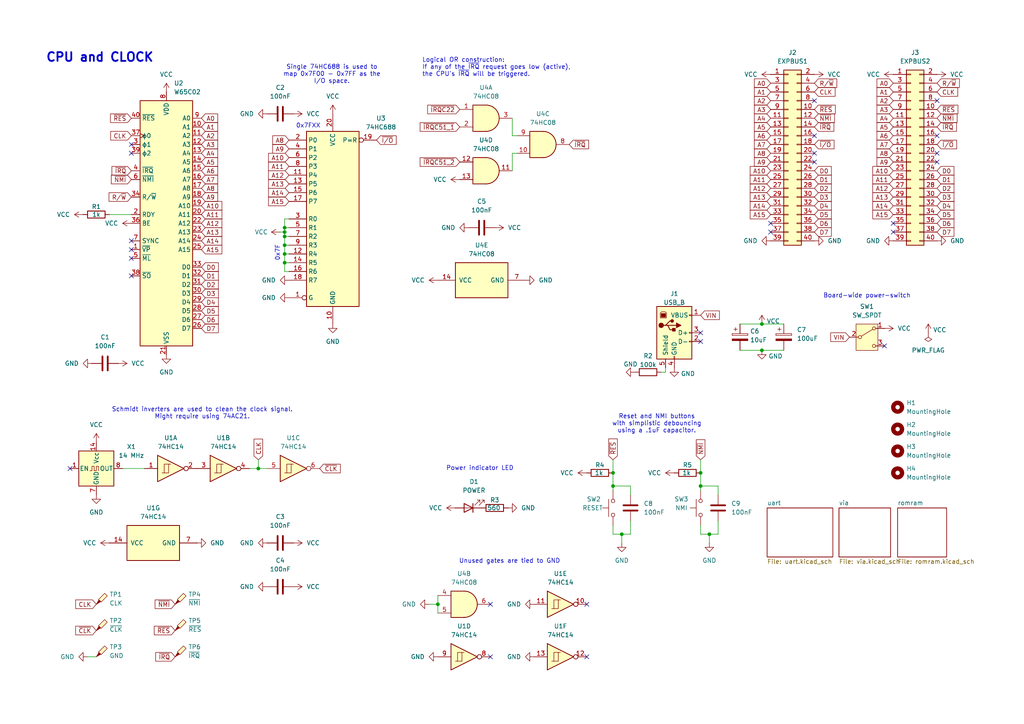
<source format=kicad_sch>
(kicad_sch (version 20231120) (generator "eeschema") (generator_version "8.0")
  (paper "A4")
  (title_block (title "ByteCradle 6502 - CPU & CLOCK") (date "2025-01-25") (rev "rev1"))
  (lib_symbols
    (symbol "65xx-library:W65C02SxP"
      (property "Reference" "U" (at 2.54 40.64 0))
      (property "Value" "W65C02SxP" (at 2.54 38.1 0))
      (symbol "W65C02SxP_1_1"
        (pin output line (at -10.16 -7.62 0) (length 2.54) (name "~{VP}") (number "1"))
        (pin tri_state line (at 10.16 27.94 180) (length 2.54) (name "A1") (number "10"))
        (pin tri_state line (at 10.16 25.4 180) (length 2.54) (name "A2") (number "11"))
        (pin tri_state line (at 10.16 22.86 180) (length 2.54) (name "A3") (number "12"))
        (pin tri_state line (at 10.16 20.32 180) (length 2.54) (name "A4") (number "13"))
        (pin tri_state line (at 10.16 17.78 180) (length 2.54) (name "A5") (number "14"))
        (pin tri_state line (at 10.16 15.24 180) (length 2.54) (name "A6") (number "15"))
        (pin tri_state line (at 10.16 12.7 180) (length 2.54) (name "A7") (number "16"))
        (pin tri_state line (at 10.16 10.16 180) (length 2.54) (name "A8") (number "17"))
        (pin tri_state line (at 10.16 7.62 180) (length 2.54) (name "A9") (number "18"))
        (pin tri_state line (at 10.16 5.08 180) (length 2.54) (name "A10") (number "19"))
        (pin open_collector line (at -10.16 2.54 0) (length 2.54) (name "RDY") (number "2"))
        (pin tri_state line (at 10.16 2.54 180) (length 2.54) (name "A11") (number "20"))
        (pin power_in line (at 0 -38.1 90) (length 2.54) (name "VSS") (number "21"))
        (pin tri_state line (at 10.16 0 180) (length 2.54) (name "A12") (number "22"))
        (pin tri_state line (at 10.16 -2.54 180) (length 2.54) (name "A13") (number "23"))
        (pin tri_state line (at 10.16 -5.08 180) (length 2.54) (name "A14") (number "24"))
        (pin tri_state line (at 10.16 -7.62 180) (length 2.54) (name "A15") (number "25"))
        (pin bidirectional line (at 10.16 -30.48 180) (length 2.54) (name "D7") (number "26"))
        (pin bidirectional line (at 10.16 -27.94 180) (length 2.54) (name "D6") (number "27"))
        (pin bidirectional line (at 10.16 -25.4 180) (length 2.54) (name "D5") (number "28"))
        (pin bidirectional line (at 10.16 -22.86 180) (length 2.54) (name "D4") (number "29"))
        (pin output line (at -10.16 22.86 0) (length 2.54) (name "ϕ1") (number "3"))
        (pin bidirectional line (at 10.16 -20.32 180) (length 2.54) (name "D3") (number "30"))
        (pin bidirectional line (at 10.16 -17.78 180) (length 2.54) (name "D2") (number "31"))
        (pin bidirectional line (at 10.16 -15.24 180) (length 2.54) (name "D1") (number "32"))
        (pin bidirectional line (at 10.16 -12.7 180) (length 2.54) (name "D0") (number "33"))
        (pin tri_state line (at -10.16 7.62 0) (length 2.54) (name "R/~{W}") (number "34"))
        (pin no_connect non_logic (at -7.62 -30.48 0) (length 2.54) hide (name "nc") (number "35"))
        (pin input line (at -10.16 0 0) (length 2.54) (name "BE") (number "36"))
        (pin input clock (at -10.16 25.4 0) (length 2.54) (name "ϕ0") (number "37"))
        (pin input line (at -10.16 -15.24 0) (length 2.54) (name "~{SO}") (number "38"))
        (pin output line (at -10.16 20.32 0) (length 2.54) (name "ϕ2") (number "39"))
        (pin input line (at -10.16 15.24 0) (length 2.54) (name "~{IRQ}") (number "4"))
        (pin input line (at -10.16 30.48 0) (length 2.54) (name "~{RES}") (number "40"))
        (pin output line (at -10.16 -10.16 0) (length 2.54) (name "~{ML}") (number "5"))
        (pin input line (at -10.16 12.7 0) (length 2.54) (name "~{NMI}") (number "6"))
        (pin output line (at -10.16 -5.08 0) (length 2.54) (name "SYNC") (number "7"))
        (pin power_in line (at 0 38.1 270) (length 2.54) (name "VDD") (number "8"))
        (pin tri_state line (at 10.16 30.48 180) (length 2.54) (name "A0") (number "9"))
      )
    )
    (symbol "74xx:74HC14" (pin_names (offset 1.016))
      (property "Reference" "U" (at 0 1.27 0))
      (property "Value" "74HC14" (at 0 -1.27 0))
      (symbol "74HC14_1_0"
        (pin input line (at -7.62 0 0) (length 3.81) (name "~") (number "1"))
        (pin output inverted (at 7.62 0 180) (length 3.81) (name "~") (number "2"))
      )
      (symbol "74HC14_2_0"
        (pin input line (at -7.62 0 0) (length 3.81) (name "~") (number "3"))
        (pin output inverted (at 7.62 0 180) (length 3.81) (name "~") (number "4"))
      )
      (symbol "74HC14_3_0"
        (pin input line (at -7.62 0 0) (length 3.81) (name "~") (number "5"))
        (pin output inverted (at 7.62 0 180) (length 3.81) (name "~") (number "6"))
      )
      (symbol "74HC14_4_0"
        (pin output inverted (at 7.62 0 180) (length 3.81) (name "~") (number "8"))
        (pin input line (at -7.62 0 0) (length 3.81) (name "~") (number "9"))
      )
      (symbol "74HC14_5_0"
        (pin output inverted (at 7.62 0 180) (length 3.81) (name "~") (number "10"))
        (pin input line (at -7.62 0 0) (length 3.81) (name "~") (number "11"))
      )
      (symbol "74HC14_6_0"
        (pin output inverted (at 7.62 0 180) (length 3.81) (name "~") (number "12"))
        (pin input line (at -7.62 0 0) (length 3.81) (name "~") (number "13"))
      )
      (symbol "74HC14_7_0"
        (pin power_in line (at 0 12.7 270) (length 5.08) (name "VCC") (number "14"))
        (pin power_in line (at 0 -12.7 90) (length 5.08) (name "GND") (number "7"))
      )
    )
    (symbol "74xx:74HC688"
      (property "Reference" "U" (at -7.62 26.67 0))
      (property "Value" "74HC688" (at -7.62 -26.67 0))
      (symbol "74HC688_1_0"
        (pin input inverted (at -12.7 -22.86 0) (length 5.08) (name "G") (number "1"))
        (pin power_in line (at 0 -30.48 90) (length 5.08) (name "GND") (number "10"))
        (pin input line (at -12.7 12.7 0) (length 5.08) (name "P4") (number "11"))
        (pin input line (at -12.7 -10.16 0) (length 5.08) (name "R4") (number "12"))
        (pin input line (at -12.7 10.16 0) (length 5.08) (name "P5") (number "13"))
        (pin input line (at -12.7 -12.7 0) (length 5.08) (name "R5") (number "14"))
        (pin input line (at -12.7 7.62 0) (length 5.08) (name "P6") (number "15"))
        (pin input line (at -12.7 -15.24 0) (length 5.08) (name "R6") (number "16"))
        (pin input line (at -12.7 5.08 0) (length 5.08) (name "P7") (number "17"))
        (pin input line (at -12.7 -17.78 0) (length 5.08) (name "R7") (number "18"))
        (pin output inverted (at 12.7 22.86 180) (length 5.08) (name "P=R") (number "19"))
        (pin input line (at -12.7 22.86 0) (length 5.08) (name "P0") (number "2"))
        (pin power_in line (at 0 30.48 270) (length 5.08) (name "VCC") (number "20"))
        (pin input line (at -12.7 0 0) (length 5.08) (name "R0") (number "3"))
        (pin input line (at -12.7 20.32 0) (length 5.08) (name "P1") (number "4"))
        (pin input line (at -12.7 -2.54 0) (length 5.08) (name "R1") (number "5"))
        (pin input line (at -12.7 17.78 0) (length 5.08) (name "P2") (number "6"))
        (pin input line (at -12.7 -5.08 0) (length 5.08) (name "R2") (number "7"))
        (pin input line (at -12.7 15.24 0) (length 5.08) (name "P3") (number "8"))
        (pin input line (at -12.7 -7.62 0) (length 5.08) (name "R3") (number "9"))
      )
    )
    (symbol "74xx:74LS08" (pin_names (offset 1.016))
      (property "Reference" "U" (at 0 1.27 0))
      (property "Value" "74LS08" (at 0 -1.27 0))
      (symbol "74LS08_1_1"
        (pin input line (at -7.62 2.54 0) (length 3.81) (name "~") (number "1"))
        (pin input line (at -7.62 -2.54 0) (length 3.81) (name "~") (number "2"))
        (pin output line (at 7.62 0 180) (length 3.81) (name "~") (number "3"))
      )
      (symbol "74LS08_1_2"
        (pin input inverted (at -7.62 2.54 0) (length 4.318) (name "~") (number "1"))
        (pin input inverted (at -7.62 -2.54 0) (length 4.318) (name "~") (number "2"))
        (pin output inverted (at 7.62 0 180) (length 3.81) (name "~") (number "3"))
      )
      (symbol "74LS08_2_1"
        (pin input line (at -7.62 2.54 0) (length 3.81) (name "~") (number "4"))
        (pin input line (at -7.62 -2.54 0) (length 3.81) (name "~") (number "5"))
        (pin output line (at 7.62 0 180) (length 3.81) (name "~") (number "6"))
      )
      (symbol "74LS08_2_2"
        (pin input inverted (at -7.62 2.54 0) (length 4.318) (name "~") (number "4"))
        (pin input inverted (at -7.62 -2.54 0) (length 4.318) (name "~") (number "5"))
        (pin output inverted (at 7.62 0 180) (length 3.81) (name "~") (number "6"))
      )
      (symbol "74LS08_3_1"
        (pin input line (at -7.62 -2.54 0) (length 3.81) (name "~") (number "10"))
        (pin output line (at 7.62 0 180) (length 3.81) (name "~") (number "8"))
        (pin input line (at -7.62 2.54 0) (length 3.81) (name "~") (number "9"))
      )
      (symbol "74LS08_3_2"
        (pin input inverted (at -7.62 -2.54 0) (length 4.318) (name "~") (number "10"))
        (pin output inverted (at 7.62 0 180) (length 3.81) (name "~") (number "8"))
        (pin input inverted (at -7.62 2.54 0) (length 4.318) (name "~") (number "9"))
      )
      (symbol "74LS08_4_1"
        (pin output line (at 7.62 0 180) (length 3.81) (name "~") (number "11"))
        (pin input line (at -7.62 2.54 0) (length 3.81) (name "~") (number "12"))
        (pin input line (at -7.62 -2.54 0) (length 3.81) (name "~") (number "13"))
      )
      (symbol "74LS08_4_2"
        (pin output inverted (at 7.62 0 180) (length 3.81) (name "~") (number "11"))
        (pin input inverted (at -7.62 2.54 0) (length 4.318) (name "~") (number "12"))
        (pin input inverted (at -7.62 -2.54 0) (length 4.318) (name "~") (number "13"))
      )
      (symbol "74LS08_5_0"
        (pin power_in line (at 0 12.7 270) (length 5.08) (name "VCC") (number "14"))
        (pin power_in line (at 0 -12.7 90) (length 5.08) (name "GND") (number "7"))
      )
    )
    (symbol "Connector:TestPoint_Probe" (pin_numbers hide) (pin_names (offset 0.762) hide)
      (property "Reference" "TP" (at 1.651 5.842 0))
      (property "Value" "TestPoint_Probe" (at 1.651 4.064 0))
      (symbol "TestPoint_Probe_1_1"
        (pin passive line (at 0 0 90) (length 0) (name "1") (number "1"))
      )
    )
    (symbol "Connector:USB_B" (pin_names (offset 1.016))
      (property "Reference" "J" (at -5.08 11.43 0))
      (property "Value" "USB_B" (at -5.08 8.89 0))
      (symbol "USB_B_1_1"
        (pin power_out line (at 7.62 5.08 180) (length 2.54) (name "VBUS") (number "1"))
        (pin bidirectional line (at 7.62 -2.54 180) (length 2.54) (name "D-") (number "2"))
        (pin bidirectional line (at 7.62 0 180) (length 2.54) (name "D+") (number "3"))
        (pin power_out line (at 0 -10.16 90) (length 2.54) (name "GND") (number "4"))
        (pin passive line (at -2.54 -10.16 90) (length 2.54) (name "Shield") (number "5"))
      )
    )
    (symbol "Connector_Generic:Conn_02x20_Odd_Even" (pin_names (offset 1.016) hide)
      (property "Reference" "J" (at 1.27 25.4 0))
      (property "Value" "Conn_02x20_Odd_Even" (at 1.27 -27.94 0))
      (symbol "Conn_02x20_Odd_Even_1_1"
        (pin passive line (at -5.08 22.86 0) (length 3.81) (name "Pin_1") (number "1"))
        (pin passive line (at 7.62 12.7 180) (length 3.81) (name "Pin_10") (number "10"))
        (pin passive line (at -5.08 10.16 0) (length 3.81) (name "Pin_11") (number "11"))
        (pin passive line (at 7.62 10.16 180) (length 3.81) (name "Pin_12") (number "12"))
        (pin passive line (at -5.08 7.62 0) (length 3.81) (name "Pin_13") (number "13"))
        (pin passive line (at 7.62 7.62 180) (length 3.81) (name "Pin_14") (number "14"))
        (pin passive line (at -5.08 5.08 0) (length 3.81) (name "Pin_15") (number "15"))
        (pin passive line (at 7.62 5.08 180) (length 3.81) (name "Pin_16") (number "16"))
        (pin passive line (at -5.08 2.54 0) (length 3.81) (name "Pin_17") (number "17"))
        (pin passive line (at 7.62 2.54 180) (length 3.81) (name "Pin_18") (number "18"))
        (pin passive line (at -5.08 0 0) (length 3.81) (name "Pin_19") (number "19"))
        (pin passive line (at 7.62 22.86 180) (length 3.81) (name "Pin_2") (number "2"))
        (pin passive line (at 7.62 0 180) (length 3.81) (name "Pin_20") (number "20"))
        (pin passive line (at -5.08 -2.54 0) (length 3.81) (name "Pin_21") (number "21"))
        (pin passive line (at 7.62 -2.54 180) (length 3.81) (name "Pin_22") (number "22"))
        (pin passive line (at -5.08 -5.08 0) (length 3.81) (name "Pin_23") (number "23"))
        (pin passive line (at 7.62 -5.08 180) (length 3.81) (name "Pin_24") (number "24"))
        (pin passive line (at -5.08 -7.62 0) (length 3.81) (name "Pin_25") (number "25"))
        (pin passive line (at 7.62 -7.62 180) (length 3.81) (name "Pin_26") (number "26"))
        (pin passive line (at -5.08 -10.16 0) (length 3.81) (name "Pin_27") (number "27"))
        (pin passive line (at 7.62 -10.16 180) (length 3.81) (name "Pin_28") (number "28"))
        (pin passive line (at -5.08 -12.7 0) (length 3.81) (name "Pin_29") (number "29"))
        (pin passive line (at -5.08 20.32 0) (length 3.81) (name "Pin_3") (number "3"))
        (pin passive line (at 7.62 -12.7 180) (length 3.81) (name "Pin_30") (number "30"))
        (pin passive line (at -5.08 -15.24 0) (length 3.81) (name "Pin_31") (number "31"))
        (pin passive line (at 7.62 -15.24 180) (length 3.81) (name "Pin_32") (number "32"))
        (pin passive line (at -5.08 -17.78 0) (length 3.81) (name "Pin_33") (number "33"))
        (pin passive line (at 7.62 -17.78 180) (length 3.81) (name "Pin_34") (number "34"))
        (pin passive line (at -5.08 -20.32 0) (length 3.81) (name "Pin_35") (number "35"))
        (pin passive line (at 7.62 -20.32 180) (length 3.81) (name "Pin_36") (number "36"))
        (pin passive line (at -5.08 -22.86 0) (length 3.81) (name "Pin_37") (number "37"))
        (pin passive line (at 7.62 -22.86 180) (length 3.81) (name "Pin_38") (number "38"))
        (pin passive line (at -5.08 -25.4 0) (length 3.81) (name "Pin_39") (number "39"))
        (pin passive line (at 7.62 20.32 180) (length 3.81) (name "Pin_4") (number "4"))
        (pin passive line (at 7.62 -25.4 180) (length 3.81) (name "Pin_40") (number "40"))
        (pin passive line (at -5.08 17.78 0) (length 3.81) (name "Pin_5") (number "5"))
        (pin passive line (at 7.62 17.78 180) (length 3.81) (name "Pin_6") (number "6"))
        (pin passive line (at -5.08 15.24 0) (length 3.81) (name "Pin_7") (number "7"))
        (pin passive line (at 7.62 15.24 180) (length 3.81) (name "Pin_8") (number "8"))
        (pin passive line (at -5.08 12.7 0) (length 3.81) (name "Pin_9") (number "9"))
      )
    )
    (symbol "Device:C" (pin_numbers hide) (pin_names (offset 0.254))
      (property "Reference" "C" (at 0.635 2.54 0))
      (property "Value" "C" (at 0.635 -2.54 0))
      (symbol "C_1_1"
        (pin passive line (at 0 3.81 270) (length 2.794) (name "~") (number "1"))
        (pin passive line (at 0 -3.81 90) (length 2.794) (name "~") (number "2"))
      )
    )
    (symbol "Device:C_Polarized" (pin_numbers hide) (pin_names (offset 0.254))
      (property "Reference" "C" (at 0.635 2.54 0))
      (property "Value" "C_Polarized" (at 0.635 -2.54 0))
      (symbol "C_Polarized_1_1"
        (pin passive line (at 0 3.81 270) (length 2.794) (name "~") (number "1"))
        (pin passive line (at 0 -3.81 90) (length 2.794) (name "~") (number "2"))
      )
    )
    (symbol "Device:LED" (pin_numbers hide) (pin_names (offset 1.016) hide)
      (property "Reference" "D" (at 0 2.54 0))
      (property "Value" "LED" (at 0 -2.54 0))
      (symbol "LED_1_1"
        (pin passive line (at -3.81 0 0) (length 2.54) (name "K") (number "1"))
        (pin passive line (at 3.81 0 180) (length 2.54) (name "A") (number "2"))
      )
    )
    (symbol "Device:R" (pin_numbers hide) (pin_names (offset 0))
      (property "Reference" "R" (at 2.032 0 90))
      (property "Value" "R" (at 0 0 90))
      (symbol "R_1_1"
        (pin passive line (at 0 3.81 270) (length 1.27) (name "~") (number "1"))
        (pin passive line (at 0 -3.81 90) (length 1.27) (name "~") (number "2"))
      )
    )
    (symbol "Mechanical:MountingHole" (pin_names (offset 1.016)) (exclude_from_sim yes) (in_bom no)
      (property "Reference" "H" (at 0 5.08 0))
      (property "Value" "MountingHole" (at 0 3.175 0))
    )
    (symbol "Oscillator:CXO_DIP14" (pin_names (offset 0.254))
      (property "Reference" "X" (at -5.08 6.35 0))
      (property "Value" "CXO_DIP14" (at 1.27 -6.35 0))
      (symbol "CXO_DIP14_1_1"
        (pin input line (at -7.62 0 0) (length 2.54) (name "EN") (number "1"))
        (pin power_in line (at 0 7.62 270) (length 2.54) (name "Vcc") (number "14"))
        (pin power_in line (at 0 -7.62 90) (length 2.54) (name "GND") (number "7"))
        (pin output line (at 7.62 0 180) (length 2.54) (name "OUT") (number "8"))
      )
    )
    (symbol "Switch:SW_Push" (pin_numbers hide) (pin_names (offset 1.016) hide)
      (property "Reference" "SW" (at 1.27 2.54 0))
      (property "Value" "SW_Push" (at 0 -1.524 0))
      (symbol "SW_Push_0_1"
        (pin passive line (at -5.08 0 0) (length 2.54) (name "1") (number "1"))
        (pin passive line (at 5.08 0 180) (length 2.54) (name "2") (number "2"))
      )
    )
    (symbol "Switch:SW_SPDT" (pin_names (offset 0) hide)
      (property "Reference" "SW" (at 0 5.08 0))
      (property "Value" "SW_SPDT" (at 0 -5.08 0))
      (symbol "SW_SPDT_1_1"
        (pin passive line (at 5.08 2.54 180) (length 2.54) (name "A") (number "1"))
        (pin passive line (at -5.08 0 0) (length 2.54) (name "B") (number "2"))
        (pin passive line (at 5.08 -2.54 180) (length 2.54) (name "C") (number "3"))
      )
    )
    (symbol "power:GND" (power) (pin_numbers hide) (pin_names (offset 0) hide)
      (property "Value" "GND" (at 0 -3.81 0))
      (symbol "GND_1_1"
        (pin power_in line (at 0 0 270) (length 0) (name "~") (number "1"))
      )
    )
    (symbol "power:PWR_FLAG" (power) (pin_numbers hide) (pin_names (offset 0) hide)
      (property "Value" "PWR_FLAG" (at 0 3.81 0))
      (symbol "PWR_FLAG_0_0"
        (pin power_out line (at 0 0 90) (length 0) (name "~") (number "1"))
      )
    )
    (symbol "power:VCC" (power) (pin_numbers hide) (pin_names (offset 0) hide)
      (property "Value" "VCC" (at 0 3.556 0))
      (symbol "VCC_1_1"
        (pin power_in line (at 0 0 90) (length 0) (name "~") (number "1"))
      )
    )
  )
  (junction (at 82.55 73.66))
  (junction (at 82.55 67.31))
  (junction (at 127 175.26))
  (junction (at 177.8 140.97))
  (junction (at 203.2 137.16))
  (junction (at 203.2 140.97))
  (junction (at 220.98 101.6))
  (junction (at 82.55 71.12))
  (junction (at 220.98 93.98))
  (junction (at 74.93 135.89))
  (junction (at 82.55 76.2))
  (junction (at 205.74 154.94))
  (junction (at 177.8 137.16))
  (junction (at 180.34 154.94))
  (junction (at 82.55 68.58))
  (junction (at 82.55 66.04))
  (no_connect (at 38.1 44.45))
  (no_connect (at 38.1 80.01))
  (no_connect (at 259.08 67.31))
  (no_connect (at 20.32 135.89))
  (no_connect (at 170.18 175.26))
  (no_connect (at 236.22 29.21))
  (no_connect (at 223.52 67.31))
  (no_connect (at 142.24 190.5))
  (no_connect (at 256.54 100.33))
  (no_connect (at 223.52 64.77))
  (no_connect (at 236.22 46.99))
  (no_connect (at 271.78 46.99))
  (no_connect (at 259.08 64.77))
  (no_connect (at 38.1 41.91))
  (no_connect (at 38.1 72.39))
  (no_connect (at 271.78 39.37))
  (no_connect (at 236.22 39.37))
  (no_connect (at 236.22 44.45))
  (no_connect (at 271.78 44.45))
  (no_connect (at 170.18 190.5))
  (no_connect (at 38.1 69.85))
  (no_connect (at 203.2 99.06))
  (no_connect (at 203.2 96.52))
  (no_connect (at 271.78 29.21))
  (no_connect (at 142.24 175.26))
  (no_connect (at 38.1 74.93))
  (wire (pts (xy 127 175.26) (xy 127 177.8)))
  (wire (pts (xy 193.04 107.95) (xy 193.04 106.68)))
  (wire (pts (xy 177.8 152.4) (xy 177.8 154.94)))
  (wire (pts (xy 35.56 135.89) (xy 41.91 135.89)))
  (wire (pts (xy 214.63 93.98) (xy 220.98 93.98)))
  (wire (pts (xy 82.55 67.31) (xy 82.55 66.04)))
  (wire (pts (xy 220.98 93.98) (xy 227.33 93.98)))
  (wire (pts (xy 83.82 78.74) (xy 82.55 78.74)))
  (wire (pts (xy 82.55 67.31) (xy 82.55 68.58)))
  (wire (pts (xy 203.2 133.35) (xy 203.2 137.16)))
  (wire (pts (xy 82.55 73.66) (xy 82.55 71.12)))
  (wire (pts (xy 214.63 101.6) (xy 220.98 101.6)))
  (wire (pts (xy 203.2 137.16) (xy 203.2 140.97)))
  (wire (pts (xy 177.8 133.35) (xy 177.8 137.16)))
  (wire (pts (xy 182.88 140.97) (xy 182.88 143.51)))
  (wire (pts (xy 82.55 66.04) (xy 82.55 63.5)))
  (wire (pts (xy 182.88 154.94) (xy 182.88 151.13)))
  (wire (pts (xy 82.55 68.58) (xy 82.55 71.12)))
  (wire (pts (xy 74.93 133.35) (xy 74.93 135.89)))
  (wire (pts (xy 203.2 140.97) (xy 208.28 140.97)))
  (wire (pts (xy 203.2 154.94) (xy 205.74 154.94)))
  (wire (pts (xy 82.55 68.58) (xy 83.82 68.58)))
  (wire (pts (xy 82.55 78.74) (xy 82.55 76.2)))
  (wire (pts (xy 72.39 135.89) (xy 74.93 135.89)))
  (wire (pts (xy 177.8 140.97) (xy 177.8 142.24)))
  (wire (pts (xy 203.2 152.4) (xy 203.2 154.94)))
  (wire (pts (xy 148.59 49.53) (xy 148.59 44.45)))
  (wire (pts (xy 82.55 66.04) (xy 83.82 66.04)))
  (wire (pts (xy 203.2 140.97) (xy 203.2 142.24)))
  (wire (pts (xy 205.74 154.94) (xy 208.28 154.94)))
  (wire (pts (xy 208.28 140.97) (xy 208.28 143.51)))
  (wire (pts (xy 82.55 73.66) (xy 83.82 73.66)))
  (wire (pts (xy 82.55 63.5) (xy 83.82 63.5)))
  (wire (pts (xy 148.59 44.45) (xy 149.86 44.45)))
  (wire (pts (xy 124.46 175.26) (xy 127 175.26)))
  (wire (pts (xy 127 175.26) (xy 127 172.72)))
  (wire (pts (xy 148.59 34.29) (xy 148.59 39.37)))
  (wire (pts (xy 177.8 140.97) (xy 182.88 140.97)))
  (wire (pts (xy 180.34 154.94) (xy 180.34 157.48)))
  (wire (pts (xy 208.28 154.94) (xy 208.28 151.13)))
  (wire (pts (xy 220.98 101.6) (xy 227.33 101.6)))
  (wire (pts (xy 191.77 107.95) (xy 193.04 107.95)))
  (wire (pts (xy 25.4 190.5) (xy 27.94 190.5)))
  (wire (pts (xy 180.34 154.94) (xy 182.88 154.94)))
  (wire (pts (xy 81.28 67.31) (xy 82.55 67.31)))
  (wire (pts (xy 148.59 39.37) (xy 149.86 39.37)))
  (wire (pts (xy 31.75 62.23) (xy 38.1 62.23)))
  (wire (pts (xy 82.55 71.12) (xy 83.82 71.12)))
  (wire (pts (xy 74.93 135.89) (xy 77.47 135.89)))
  (wire (pts (xy 82.55 76.2) (xy 83.82 76.2)))
  (wire (pts (xy 205.74 154.94) (xy 205.74 157.48)))
  (wire (pts (xy 177.8 137.16) (xy 177.8 140.97)))
  (wire (pts (xy 177.8 154.94) (xy 180.34 154.94)))
  (wire (pts (xy 82.55 76.2) (xy 82.55 73.66)))
  (text "0x7F" (at 80.518 73.406 90) (effects (font (size 1.27 1.27))))
  (text "Reset and NMI buttons\nwith simplistic debouncing\nusing a .1uF capacitor." (at 190.5 122.936 0) (effects (font (size 1.27 1.27))))
  (text "Schmidt inverters are used to clean the clock signal.\nMight require using 74AC21." (at 58.674 119.888 0) (effects (font (size 1.27 1.27))))
  (text "0x7FXX" (at 89.408 36.576 0) (effects (font (size 1.27 1.27))))
  (text "Power indicator LED" (at 139.192 135.89 0) (effects (font (size 1.27 1.27))))
  (text "Single 74HC688 is used to\nmap 0x7F00 - 0x7FF as the\nI/O space." (at 96.266 21.59 0) (effects (font (size 1.27 1.27))))
  (text "CPU and CLOCK" (at 28.956 16.764 0) (effects (font (size 2.54 2.54) (thickness 0.508) (bold yes))))
  (text "Board-wide power-switch\n" (at 251.46 85.852 0) (effects (font (size 1.27 1.27))))
  (text "Logical OR construction:\nIf any of the ~{IRQ} request goes low (active),\nthe CPU's ~{IRQ} will be triggered." (at 122.428 19.558 0) (effects (font (size 1.27 1.27)) (justify left)))
  (text "Unused gates are tied to GND" (at 133.096 162.814 0) (effects (font (size 1.27 1.27)) (justify left)))
  (global_label "~{NMI}" (shape input) (at 271.78 34.29 0) (property "Intersheetrefs" "${INTERSHEET_REFS}" (effects (hide yes))))
  (global_label "A5" (shape input) (at 259.08 36.83 180) (property "Intersheetrefs" "${INTERSHEET_REFS}" (effects (hide yes))))
  (global_label "D6" (shape input) (at 271.78 64.77 0) (property "Intersheetrefs" "${INTERSHEET_REFS}" (effects (hide yes))))
  (global_label "A1" (shape input) (at 58.42 36.83 0) (property "Intersheetrefs" "${INTERSHEET_REFS}" (effects (hide yes))))
  (global_label "D6" (shape input) (at 58.42 92.71 0) (property "Intersheetrefs" "${INTERSHEET_REFS}" (effects (hide yes))))
  (global_label "A15" (shape input) (at 223.52 62.23 180) (property "Intersheetrefs" "${INTERSHEET_REFS}" (effects (hide yes))))
  (global_label "A8" (shape input) (at 58.42 54.61 0) (property "Intersheetrefs" "${INTERSHEET_REFS}" (effects (hide yes))))
  (global_label "A15" (shape input) (at 58.42 72.39 0) (property "Intersheetrefs" "${INTERSHEET_REFS}" (effects (hide yes))))
  (global_label "D2" (shape input) (at 236.22 54.61 0) (property "Intersheetrefs" "${INTERSHEET_REFS}" (effects (hide yes))))
  (global_label "A5" (shape input) (at 223.52 36.83 180) (property "Intersheetrefs" "${INTERSHEET_REFS}" (effects (hide yes))))
  (global_label "A11" (shape input) (at 58.42 62.23 0) (property "Intersheetrefs" "${INTERSHEET_REFS}" (effects (hide yes))))
  (global_label "D6" (shape input) (at 236.22 64.77 0) (property "Intersheetrefs" "${INTERSHEET_REFS}" (effects (hide yes))))
  (global_label "~{RES}" (shape input) (at 271.78 31.75 0) (property "Intersheetrefs" "${INTERSHEET_REFS}" (effects (hide yes))))
  (global_label "A7" (shape input) (at 58.42 52.07 0) (property "Intersheetrefs" "${INTERSHEET_REFS}" (effects (hide yes))))
  (global_label "A6" (shape input) (at 58.42 49.53 0) (property "Intersheetrefs" "${INTERSHEET_REFS}" (effects (hide yes))))
  (global_label "~{I{slash}O}" (shape input) (at 109.22 40.64 0) (property "Intersheetrefs" "${INTERSHEET_REFS}" (effects (hide yes))))
  (global_label "A7" (shape input) (at 223.52 41.91 180) (property "Intersheetrefs" "${INTERSHEET_REFS}" (effects (hide yes))))
  (global_label "A14" (shape input) (at 58.42 69.85 0) (property "Intersheetrefs" "${INTERSHEET_REFS}" (effects (hide yes))))
  (global_label "A3" (shape input) (at 223.52 31.75 180) (property "Intersheetrefs" "${INTERSHEET_REFS}" (effects (hide yes))))
  (global_label "D1" (shape input) (at 58.42 80.01 0) (property "Intersheetrefs" "${INTERSHEET_REFS}" (effects (hide yes))))
  (global_label "A8" (shape input) (at 259.08 44.45 180) (property "Intersheetrefs" "${INTERSHEET_REFS}" (effects (hide yes))))
  (global_label "D1" (shape input) (at 271.78 52.07 0) (property "Intersheetrefs" "${INTERSHEET_REFS}" (effects (hide yes))))
  (global_label "D4" (shape input) (at 58.42 87.63 0) (property "Intersheetrefs" "${INTERSHEET_REFS}" (effects (hide yes))))
  (global_label "A14" (shape input) (at 259.08 59.69 180) (property "Intersheetrefs" "${INTERSHEET_REFS}" (effects (hide yes))))
  (global_label "D2" (shape input) (at 271.78 54.61 0) (property "Intersheetrefs" "${INTERSHEET_REFS}" (effects (hide yes))))
  (global_label "VIN" (shape input) (at 203.2 91.44 0) (property "Intersheetrefs" "${INTERSHEET_REFS}" (effects (hide yes))))
  (global_label "CLK" (shape input) (at 38.1 39.37 180) (property "Intersheetrefs" "${INTERSHEET_REFS}" (effects (hide yes))))
  (global_label "D3" (shape input) (at 58.42 85.09 0) (property "Intersheetrefs" "${INTERSHEET_REFS}" (effects (hide yes))))
  (global_label "A9" (shape input) (at 259.08 46.99 180) (property "Intersheetrefs" "${INTERSHEET_REFS}" (effects (hide yes))))
  (global_label "D0" (shape input) (at 58.42 77.47 0) (property "Intersheetrefs" "${INTERSHEET_REFS}" (effects (hide yes))))
  (global_label "A5" (shape input) (at 58.42 46.99 0) (property "Intersheetrefs" "${INTERSHEET_REFS}" (effects (hide yes))))
  (global_label "~{IRQC51_1}" (shape input) (at 133.35 36.83 180) (property "Intersheetrefs" "${INTERSHEET_REFS}" (effects (hide yes))))
  (global_label "A3" (shape input) (at 259.08 31.75 180) (property "Intersheetrefs" "${INTERSHEET_REFS}" (effects (hide yes))))
  (global_label "A8" (shape input) (at 83.82 40.64 180) (property "Intersheetrefs" "${INTERSHEET_REFS}" (effects (hide yes))))
  (global_label "A13" (shape input) (at 259.08 57.15 180) (property "Intersheetrefs" "${INTERSHEET_REFS}" (effects (hide yes))))
  (global_label "~{IRQ}" (shape input) (at 38.1 49.53 180) (property "Intersheetrefs" "${INTERSHEET_REFS}" (effects (hide yes))))
  (global_label "A2" (shape input) (at 223.52 29.21 180) (property "Intersheetrefs" "${INTERSHEET_REFS}" (effects (hide yes))))
  (global_label "D1" (shape input) (at 236.22 52.07 0) (property "Intersheetrefs" "${INTERSHEET_REFS}" (effects (hide yes))))
  (global_label "~{IRQC51_2}" (shape input) (at 133.35 46.99 180) (property "Intersheetrefs" "${INTERSHEET_REFS}" (effects (hide yes))))
  (global_label "A3" (shape input) (at 58.42 41.91 0) (property "Intersheetrefs" "${INTERSHEET_REFS}" (effects (hide yes))))
  (global_label "D5" (shape input) (at 58.42 90.17 0) (property "Intersheetrefs" "${INTERSHEET_REFS}" (effects (hide yes))))
  (global_label "~{NMI}" (shape input) (at 38.1 52.07 180) (property "Intersheetrefs" "${INTERSHEET_REFS}" (effects (hide yes))))
  (global_label "A13" (shape input) (at 58.42 67.31 0) (property "Intersheetrefs" "${INTERSHEET_REFS}" (effects (hide yes))))
  (global_label "A12" (shape input) (at 259.08 54.61 180) (property "Intersheetrefs" "${INTERSHEET_REFS}" (effects (hide yes))))
  (global_label "A10" (shape input) (at 223.52 49.53 180) (property "Intersheetrefs" "${INTERSHEET_REFS}" (effects (hide yes))))
  (global_label "A11" (shape input) (at 223.52 52.07 180) (property "Intersheetrefs" "${INTERSHEET_REFS}" (effects (hide yes))))
  (global_label "A9" (shape input) (at 58.42 57.15 0) (property "Intersheetrefs" "${INTERSHEET_REFS}" (effects (hide yes))))
  (global_label "A10" (shape input) (at 58.42 59.69 0) (property "Intersheetrefs" "${INTERSHEET_REFS}" (effects (hide yes))))
  (global_label "~{I{slash}O}" (shape input) (at 271.78 41.91 0) (property "Intersheetrefs" "${INTERSHEET_REFS}" (effects (hide yes))))
  (global_label "D7" (shape input) (at 271.78 67.31 0) (property "Intersheetrefs" "${INTERSHEET_REFS}" (effects (hide yes))))
  (global_label "A15" (shape input) (at 83.82 58.42 180) (property "Intersheetrefs" "${INTERSHEET_REFS}" (effects (hide yes))))
  (global_label "A11" (shape input) (at 83.82 48.26 180) (property "Intersheetrefs" "${INTERSHEET_REFS}" (effects (hide yes))))
  (global_label "A7" (shape input) (at 259.08 41.91 180) (property "Intersheetrefs" "${INTERSHEET_REFS}" (effects (hide yes))))
  (global_label "A9" (shape input) (at 83.82 43.18 180) (property "Intersheetrefs" "${INTERSHEET_REFS}" (effects (hide yes))))
  (global_label "D2" (shape input) (at 58.42 82.55 0) (property "Intersheetrefs" "${INTERSHEET_REFS}" (effects (hide yes))))
  (global_label "~{RES}" (shape input) (at 236.22 31.75 0) (property "Intersheetrefs" "${INTERSHEET_REFS}" (effects (hide yes))))
  (global_label "A6" (shape input) (at 223.52 39.37 180) (property "Intersheetrefs" "${INTERSHEET_REFS}" (effects (hide yes))))
  (global_label "A13" (shape input) (at 83.82 53.34 180) (property "Intersheetrefs" "${INTERSHEET_REFS}" (effects (hide yes))))
  (global_label "D7" (shape input) (at 236.22 67.31 0) (property "Intersheetrefs" "${INTERSHEET_REFS}" (effects (hide yes))))
  (global_label "~{IRQ}" (shape input) (at 50.8 190.5 180) (property "Intersheetrefs" "${INTERSHEET_REFS}" (effects (hide yes))))
  (global_label "A1" (shape input) (at 223.52 26.67 180) (property "Intersheetrefs" "${INTERSHEET_REFS}" (effects (hide yes))))
  (global_label "D5" (shape input) (at 271.78 62.23 0) (property "Intersheetrefs" "${INTERSHEET_REFS}" (effects (hide yes))))
  (global_label "~{IRQ}" (shape input) (at 271.78 36.83 0) (property "Intersheetrefs" "${INTERSHEET_REFS}" (effects (hide yes))))
  (global_label "A9" (shape input) (at 223.52 46.99 180) (property "Intersheetrefs" "${INTERSHEET_REFS}" (effects (hide yes))))
  (global_label "~{CLK}" (shape input) (at 92.71 135.89 0) (property "Intersheetrefs" "${INTERSHEET_REFS}" (effects (hide yes))))
  (global_label "A6" (shape input) (at 259.08 39.37 180) (property "Intersheetrefs" "${INTERSHEET_REFS}" (effects (hide yes))))
  (global_label "A4" (shape input) (at 58.42 44.45 0) (property "Intersheetrefs" "${INTERSHEET_REFS}" (effects (hide yes))))
  (global_label "D3" (shape input) (at 236.22 57.15 0) (property "Intersheetrefs" "${INTERSHEET_REFS}" (effects (hide yes))))
  (global_label "~{NMI}" (shape input) (at 236.22 34.29 0) (property "Intersheetrefs" "${INTERSHEET_REFS}" (effects (hide yes))))
  (global_label "A10" (shape input) (at 259.08 49.53 180) (property "Intersheetrefs" "${INTERSHEET_REFS}" (effects (hide yes))))
  (global_label "A10" (shape input) (at 83.82 45.72 180) (property "Intersheetrefs" "${INTERSHEET_REFS}" (effects (hide yes))))
  (global_label "VIN" (shape input) (at 246.38 97.79 180) (property "Intersheetrefs" "${INTERSHEET_REFS}" (effects (hide yes))))
  (global_label "~{RES}" (shape input) (at 50.8 182.88 180) (property "Intersheetrefs" "${INTERSHEET_REFS}" (effects (hide yes))))
  (global_label "~{CLK}" (shape input) (at 27.94 182.88 180) (property "Intersheetrefs" "${INTERSHEET_REFS}" (effects (hide yes))))
  (global_label "R{slash}~{W}" (shape input) (at 236.22 24.13 0) (property "Intersheetrefs" "${INTERSHEET_REFS}" (effects (hide yes))))
  (global_label "A2" (shape input) (at 259.08 29.21 180) (property "Intersheetrefs" "${INTERSHEET_REFS}" (effects (hide yes))))
  (global_label "~{NMI}" (shape input) (at 50.8 175.26 180) (property "Intersheetrefs" "${INTERSHEET_REFS}" (effects (hide yes))))
  (global_label "D0" (shape input) (at 236.22 49.53 0) (property "Intersheetrefs" "${INTERSHEET_REFS}" (effects (hide yes))))
  (global_label "A4" (shape input) (at 259.08 34.29 180) (property "Intersheetrefs" "${INTERSHEET_REFS}" (effects (hide yes))))
  (global_label "D0" (shape input) (at 271.78 49.53 0) (property "Intersheetrefs" "${INTERSHEET_REFS}" (effects (hide yes))))
  (global_label "A8" (shape input) (at 223.52 44.45 180) (property "Intersheetrefs" "${INTERSHEET_REFS}" (effects (hide yes))))
  (global_label "R{slash}~{W}" (shape input) (at 271.78 24.13 0) (property "Intersheetrefs" "${INTERSHEET_REFS}" (effects (hide yes))))
  (global_label "~{RES}" (shape input) (at 38.1 34.29 180) (property "Intersheetrefs" "${INTERSHEET_REFS}" (effects (hide yes))))
  (global_label "CLK" (shape input) (at 74.93 133.35 90) (property "Intersheetrefs" "${INTERSHEET_REFS}" (effects (hide yes))))
  (global_label "D5" (shape input) (at 236.22 62.23 0) (property "Intersheetrefs" "${INTERSHEET_REFS}" (effects (hide yes))))
  (global_label "A12" (shape input) (at 58.42 64.77 0) (property "Intersheetrefs" "${INTERSHEET_REFS}" (effects (hide yes))))
  (global_label "CLK" (shape input) (at 236.22 26.67 0) (property "Intersheetrefs" "${INTERSHEET_REFS}" (effects (hide yes))))
  (global_label "~{RES}" (shape input) (at 177.8 133.35 90) (property "Intersheetrefs" "${INTERSHEET_REFS}" (effects (hide yes))))
  (global_label "CLK" (shape input) (at 271.78 26.67 0) (property "Intersheetrefs" "${INTERSHEET_REFS}" (effects (hide yes))))
  (global_label "~{NMI}" (shape input) (at 203.2 133.35 90) (property "Intersheetrefs" "${INTERSHEET_REFS}" (effects (hide yes))))
  (global_label "A12" (shape input) (at 83.82 50.8 180) (property "Intersheetrefs" "${INTERSHEET_REFS}" (effects (hide yes))))
  (global_label "A13" (shape input) (at 223.52 57.15 180) (property "Intersheetrefs" "${INTERSHEET_REFS}" (effects (hide yes))))
  (global_label "A2" (shape input) (at 58.42 39.37 0) (property "Intersheetrefs" "${INTERSHEET_REFS}" (effects (hide yes))))
  (global_label "A1" (shape input) (at 259.08 26.67 180) (property "Intersheetrefs" "${INTERSHEET_REFS}" (effects (hide yes))))
  (global_label "~{IRQ}" (shape input) (at 236.22 36.83 0) (property "Intersheetrefs" "${INTERSHEET_REFS}" (effects (hide yes))))
  (global_label "D4" (shape input) (at 271.78 59.69 0) (property "Intersheetrefs" "${INTERSHEET_REFS}" (effects (hide yes))))
  (global_label "~{I{slash}O}" (shape input) (at 236.22 41.91 0) (property "Intersheetrefs" "${INTERSHEET_REFS}" (effects (hide yes))))
  (global_label "~{IRQ}" (shape input) (at 165.1 41.91 0) (property "Intersheetrefs" "${INTERSHEET_REFS}" (effects (hide yes))))
  (global_label "D4" (shape input) (at 236.22 59.69 0) (property "Intersheetrefs" "${INTERSHEET_REFS}" (effects (hide yes))))
  (global_label "A14" (shape input) (at 83.82 55.88 180) (property "Intersheetrefs" "${INTERSHEET_REFS}" (effects (hide yes))))
  (global_label "A4" (shape input) (at 223.52 34.29 180) (property "Intersheetrefs" "${INTERSHEET_REFS}" (effects (hide yes))))
  (global_label "~{IRQC22}" (shape input) (at 133.35 31.75 180) (property "Intersheetrefs" "${INTERSHEET_REFS}" (effects (hide yes))))
  (global_label "A0" (shape input) (at 58.42 34.29 0) (property "Intersheetrefs" "${INTERSHEET_REFS}" (effects (hide yes))))
  (global_label "R{slash}~{W}" (shape input) (at 38.1 57.15 180) (property "Intersheetrefs" "${INTERSHEET_REFS}" (effects (hide yes))))
  (global_label "A14" (shape input) (at 223.52 59.69 180) (property "Intersheetrefs" "${INTERSHEET_REFS}" (effects (hide yes))))
  (global_label "D3" (shape input) (at 271.78 57.15 0) (property "Intersheetrefs" "${INTERSHEET_REFS}" (effects (hide yes))))
  (global_label "A0" (shape input) (at 259.08 24.13 180) (property "Intersheetrefs" "${INTERSHEET_REFS}" (effects (hide yes))))
  (global_label "D7" (shape input) (at 58.42 95.25 0) (property "Intersheetrefs" "${INTERSHEET_REFS}" (effects (hide yes))))
  (global_label "A15" (shape input) (at 259.08 62.23 180) (property "Intersheetrefs" "${INTERSHEET_REFS}" (effects (hide yes))))
  (global_label "CLK" (shape input) (at 27.94 175.26 180) (property "Intersheetrefs" "${INTERSHEET_REFS}" (effects (hide yes))))
  (global_label "A12" (shape input) (at 223.52 54.61 180) (property "Intersheetrefs" "${INTERSHEET_REFS}" (effects (hide yes))))
  (global_label "A0" (shape input) (at 223.52 24.13 180) (property "Intersheetrefs" "${INTERSHEET_REFS}" (effects (hide yes))))
  (global_label "A11" (shape input) (at 259.08 52.07 180) (property "Intersheetrefs" "${INTERSHEET_REFS}" (effects (hide yes))))
  (symbol (lib_id "74xx:74HC14") (at 44.45 157.48 90) (unit 7)
    (property "Reference" "U1" (at 44.45 147.32 90))
    (property "Value" "74HC14" (at 44.45 149.86 90))
    (property "Footprint" "Package_DIP:DIP-14_W7.62mm_Socket" (effects (hide yes)))
    (property "Datasheet" "http://www.ti.com/lit/gpn/sn74HC14" (effects (hide yes)))
    (property "Description" "Hex inverter schmitt trigger" (effects (hide yes)))
  )
  (symbol (lib_id "power:VCC") (at 259.08 21.59 90) (unit 1)
    (property "Reference" "#PWR051" (effects (hide yes)))
    (property "Value" "VCC" (at 255.27 21.5899 90) (effects (justify left)))
    (property "Description" "Power symbol creates a global label with name \"VCC\"" (effects (hide yes)))
  )
  (symbol (lib_id "power:GND") (at 77.47 170.18 270) (unit 1)
    (property "Reference" "#PWR015" (effects (hide yes)))
    (property "Value" "GND" (at 73.66 170.1799 90) (effects (justify right)))
    (property "Description" "Power symbol creates a global label with name \"GND\" , ground" (effects (hide yes)))
  )
  (symbol (lib_id "Mechanical:MountingHole") (at 260.35 124.46 0) (unit 1) (exclude_from_sim yes) (in_bom no)
    (property "Reference" "H2" (at 262.89 123.1899 0) (effects (justify left)))
    (property "Value" "MountingHole" (at 262.89 125.7299 0) (effects (justify left)))
    (property "Footprint" "MountingHole:MountingHole_3.2mm_M3" (effects (hide yes)))
    (property "Description" "Mounting Hole without connection" (effects (hide yes)))
  )
  (symbol (lib_id "power:GND") (at 152.4 81.28 90) (unit 1)
    (property "Reference" "#PWR036" (effects (hide yes)))
    (property "Value" "GND" (at 156.21 81.2799 90) (effects (justify right)))
    (property "Description" "Power symbol creates a global label with name \"GND\" , ground" (effects (hide yes)))
  )
  (symbol (lib_id "power:VCC") (at 133.35 52.07 90) (unit 1)
    (property "Reference" "#PWR032" (effects (hide yes)))
    (property "Value" "VCC" (at 129.54 52.0699 90) (effects (justify left)))
    (property "Description" "Power symbol creates a global label with name \"VCC\"" (effects (hide yes)))
  )
  (symbol (lib_id "power:PWR_FLAG") (at 269.24 96.52 180) (unit 1)
    (property "Reference" "#FLG01" (effects (hide yes)))
    (property "Value" "PWR_FLAG" (at 269.24 101.6 0))
    (property "Description" "Special symbol for telling ERC where power comes from" (effects (hide yes)))
  )
  (symbol (lib_id "power:GND") (at 271.78 69.85 90) (unit 1)
    (property "Reference" "#PWR054" (effects (hide yes)))
    (property "Value" "GND" (at 275.59 69.8499 90) (effects (justify right)))
    (property "Description" "Power symbol creates a global label with name \"GND\" , ground" (effects (hide yes)))
  )
  (symbol (lib_id "Device:C_Polarized") (at 227.33 97.79 0) (unit 1)
    (property "Reference" "C7" (at 231.14 95.6309 0) (effects (justify left)))
    (property "Value" "100uF" (at 231.14 98.1709 0) (effects (justify left)))
    (property "Footprint" "Capacitor_THT:CP_Radial_D6.3mm_P2.50mm" (effects (hide yes)))
    (property "Description" "Polarized capacitor" (effects (hide yes)))
  )
  (symbol (lib_id "Mechanical:MountingHole") (at 260.35 118.11 0) (unit 1) (exclude_from_sim yes) (in_bom no)
    (property "Reference" "H1" (at 262.89 116.8399 0) (effects (justify left)))
    (property "Value" "MountingHole" (at 262.89 119.3799 0) (effects (justify left)))
    (property "Footprint" "MountingHole:MountingHole_3.2mm_M3" (effects (hide yes)))
    (property "Description" "Mounting Hole without connection" (effects (hide yes)))
  )
  (symbol (lib_id "power:GND") (at 57.15 157.48 90) (unit 1)
    (property "Reference" "#PWR011" (effects (hide yes)))
    (property "Value" "GND" (at 60.96 157.4799 90) (effects (justify right)))
    (property "Description" "Power symbol creates a global label with name \"GND\" , ground" (effects (hide yes)))
  )
  (symbol (lib_id "74xx:74LS08") (at 157.48 41.91 0) (unit 3)
    (property "Reference" "U4" (at 157.4717 33.02 0))
    (property "Value" "74HC08" (at 157.4717 35.56 0))
    (property "Footprint" "Package_DIP:DIP-14_W7.62mm_Socket" (effects (hide yes)))
    (property "Datasheet" "http://www.ti.com/lit/gpn/sn74LS08" (effects (hide yes)))
    (property "Description" "Quad And2" (effects (hide yes)))
  )
  (symbol (lib_id "power:VCC") (at 195.58 137.16 90) (unit 1)
    (property "Reference" "#PWR045" (effects (hide yes)))
    (property "Value" "VCC" (at 191.77 137.1599 90) (effects (justify left)))
    (property "Description" "Power symbol creates a global label with name \"VCC\"" (effects (hide yes)))
  )
  (symbol (lib_id "Device:C") (at 81.28 170.18 270) (unit 1)
    (property "Reference" "C4" (at 81.28 162.56 90))
    (property "Value" "100nF" (at 81.28 165.1 90))
    (property "Footprint" "Capacitor_THT:C_Disc_D5.0mm_W2.5mm_P5.00mm" (effects (hide yes)))
    (property "Description" "Unpolarized capacitor" (effects (hide yes)))
  )
  (symbol (lib_id "Connector_Generic:Conn_02x20_Odd_Even") (at 264.16 44.45 0) (unit 1)
    (property "Reference" "J3" (at 265.43 15.24 0))
    (property "Value" "EXPBUS2" (at 265.43 17.78 0))
    (property "Footprint" "Connector_PinHeader_2.54mm:PinHeader_2x20_P2.54mm_Vertical" (effects (hide yes)))
    (property "Description" "Generic connector, double row, 02x20, odd/even pin numbering scheme (row 1 odd numbers, row 2 even numbers), script generated (kicad-library-utils/schlib/autogen/connector/)" (effects (hide yes)))
  )
  (symbol (lib_id "Device:R") (at 173.99 137.16 270) (unit 1)
    (property "Reference" "R4" (at 173.99 134.874 90))
    (property "Value" "1k" (at 173.736 137.16 90))
    (property "Footprint" "Resistor_THT:R_Axial_DIN0207_L6.3mm_D2.5mm_P7.62mm_Horizontal" (effects (hide yes)))
    (property "Description" "Resistor" (effects (hide yes)))
  )
  (symbol (lib_id "Device:C") (at 139.7 66.04 270) (unit 1)
    (property "Reference" "C5" (at 139.7 58.42 90))
    (property "Value" "100nF" (at 139.7 60.96 90))
    (property "Footprint" "Capacitor_THT:C_Disc_D5.0mm_W2.5mm_P5.00mm" (effects (hide yes)))
    (property "Description" "Unpolarized capacitor" (effects (hide yes)))
  )
  (symbol (lib_id "74xx:74HC14") (at 49.53 135.89 0) (unit 1)
    (property "Reference" "U1" (at 49.53 127 0))
    (property "Value" "74HC14" (at 49.53 129.54 0))
    (property "Footprint" "Package_DIP:DIP-14_W7.62mm_Socket" (effects (hide yes)))
    (property "Datasheet" "http://www.ti.com/lit/gpn/sn74HC14" (effects (hide yes)))
    (property "Description" "Hex inverter schmitt trigger" (effects (hide yes)))
  )
  (symbol (lib_id "Device:C") (at 30.48 105.41 270) (unit 1)
    (property "Reference" "C1" (at 30.48 97.79 90))
    (property "Value" "100nF" (at 30.48 100.33 90))
    (property "Footprint" "Capacitor_THT:C_Disc_D5.0mm_W2.5mm_P5.00mm" (effects (hide yes)))
    (property "Description" "Unpolarized capacitor" (effects (hide yes)))
  )
  (symbol (lib_id "power:GND") (at 236.22 69.85 90) (unit 1)
    (property "Reference" "#PWR050" (effects (hide yes)))
    (property "Value" "GND" (at 240.03 69.8499 90) (effects (justify right)))
    (property "Description" "Power symbol creates a global label with name \"GND\" , ground" (effects (hide yes)))
  )
  (symbol (lib_id "Switch:SW_Push") (at 203.2 147.32 90) (unit 1)
    (property "Reference" "SW3" (at 195.58 144.78 90) (effects (justify right)))
    (property "Value" "NMI" (at 195.834 147.32 90) (effects (justify right)))
    (property "Footprint" "Button_Switch_THT:SW_PUSH_6mm" (effects (hide yes)))
    (property "Description" "Push button switch, generic, two pins" (effects (hide yes)))
  )
  (symbol (lib_id "power:VCC") (at 96.52 33.02 0) (unit 1)
    (property "Reference" "#PWR024" (effects (hide yes)))
    (property "Value" "VCC" (at 96.52 27.94 0))
    (property "Description" "Power symbol creates a global label with name \"VCC\"" (effects (hide yes)))
  )
  (symbol (lib_id "Oscillator:CXO_DIP14") (at 27.94 135.89 0) (unit 1)
    (property "Reference" "X1" (at 38.1 129.5714 0))
    (property "Value" "14 MHz" (at 38.1 132.1114 0))
    (property "Footprint" "Oscillator:Oscillator_DIP-14" (effects (hide yes)))
    (property "Datasheet" "http://cdn-reichelt.de/documents/datenblatt/B400/OSZI.pdf" (effects (hide yes)))
    (property "Description" "Crystal Clock Oscillator, DIP14-style metal package" (effects (hide yes)))
  )
  (symbol (lib_id "Device:R") (at 143.51 147.32 270) (unit 1)
    (property "Reference" "R3" (at 143.51 145.034 90))
    (property "Value" "560" (at 143.256 147.32 90))
    (property "Footprint" "Resistor_THT:R_Axial_DIN0207_L6.3mm_D2.5mm_P7.62mm_Horizontal" (effects (hide yes)))
    (property "Description" "Resistor" (effects (hide yes)))
  )
  (symbol (lib_id "power:VCC") (at 271.78 21.59 270) (unit 1)
    (property "Reference" "#PWR053" (effects (hide yes)))
    (property "Value" "VCC" (at 275.59 21.5899 90) (effects (justify left)))
    (property "Description" "Power symbol creates a global label with name \"VCC\"" (effects (hide yes)))
  )
  (symbol (lib_id "74xx:74LS08") (at 140.97 49.53 0) (unit 4)
    (property "Reference" "U4" (at 140.9617 40.64 0))
    (property "Value" "74HC08" (at 140.9617 43.18 0))
    (property "Footprint" "Package_DIP:DIP-14_W7.62mm_Socket" (effects (hide yes)))
    (property "Datasheet" "http://www.ti.com/lit/gpn/sn74LS08" (effects (hide yes)))
    (property "Description" "Quad And2" (effects (hide yes)))
  )
  (symbol (lib_id "power:VCC") (at 27.94 128.27 0) (unit 1)
    (property "Reference" "#PWR04" (effects (hide yes)))
    (property "Value" "VCC" (at 27.94 123.19 0))
    (property "Description" "Power symbol creates a global label with name \"VCC\"" (effects (hide yes)))
  )
  (symbol (lib_id "power:GND") (at 180.34 157.48 0) (unit 1)
    (property "Reference" "#PWR044" (effects (hide yes)))
    (property "Value" "GND" (at 180.34 162.56 0))
    (property "Description" "Power symbol creates a global label with name \"GND\" , ground" (effects (hide yes)))
  )
  (symbol (lib_id "power:VCC") (at 24.13 62.23 90) (unit 1)
    (property "Reference" "#PWR01" (effects (hide yes)))
    (property "Value" "VCC" (at 20.32 62.2299 90) (effects (justify left)))
    (property "Description" "Power symbol creates a global label with name \"VCC\"" (effects (hide yes)))
  )
  (symbol (lib_id "Device:C") (at 182.88 147.32 0) (unit 1)
    (property "Reference" "C8" (at 186.69 146.0499 0) (effects (justify left)))
    (property "Value" "100nF" (at 186.69 148.5899 0) (effects (justify left)))
    (property "Footprint" "Capacitor_THT:C_Disc_D5.0mm_W2.5mm_P5.00mm" (effects (hide yes)))
    (property "Description" "Unpolarized capacitor" (effects (hide yes)))
  )
  (symbol (lib_id "power:VCC") (at 85.09 170.18 270) (unit 1)
    (property "Reference" "#PWR023" (effects (hide yes)))
    (property "Value" "VCC" (at 88.9 170.1799 90) (effects (justify left)))
    (property "Description" "Power symbol creates a global label with name \"VCC\"" (effects (hide yes)))
  )
  (symbol (lib_id "Connector_Generic:Conn_02x20_Odd_Even") (at 228.6 44.45 0) (unit 1)
    (property "Reference" "J2" (at 229.87 15.24 0))
    (property "Value" "EXPBUS1" (at 229.87 17.78 0))
    (property "Footprint" "Connector_PinHeader_2.54mm:PinHeader_2x20_P2.54mm_Vertical" (effects (hide yes)))
    (property "Description" "Generic connector, double row, 02x20, odd/even pin numbering scheme (row 1 odd numbers, row 2 even numbers), script generated (kicad-library-utils/schlib/autogen/connector/)" (effects (hide yes)))
  )
  (symbol (lib_id "Connector:TestPoint_Probe") (at 27.94 190.5 0) (unit 1)
    (property "Reference" "TP3" (at 31.75 187.6424 0) (effects (justify left)))
    (property "Value" "GND" (at 31.75 190.1824 0) (effects (justify left)))
    (property "Footprint" "Connector_PinHeader_2.54mm:PinHeader_1x01_P2.54mm_Vertical" (effects (hide yes)))
    (property "Description" "test point (alternative probe-style design)" (effects (hide yes)))
  )
  (symbol (lib_id "Mechanical:MountingHole") (at 260.35 137.16 0) (unit 1) (exclude_from_sim yes) (in_bom no)
    (property "Reference" "H4" (at 262.89 135.8899 0) (effects (justify left)))
    (property "Value" "MountingHole" (at 262.89 138.4299 0) (effects (justify left)))
    (property "Footprint" "MountingHole:MountingHole_3.2mm_M3" (effects (hide yes)))
    (property "Description" "Mounting Hole without connection" (effects (hide yes)))
  )
  (symbol (lib_id "Device:R") (at 187.96 107.95 90) (unit 1)
    (property "Reference" "R2" (at 187.96 103.2342 90))
    (property "Value" "100k" (at 187.96 105.7711 90))
    (property "Footprint" "Resistor_THT:R_Axial_DIN0207_L6.3mm_D2.5mm_P7.62mm_Horizontal" (effects (hide yes)))
    (property "Description" "Resistor" (effects (hide yes)))
  )
  (symbol (lib_id "power:VCC") (at 127 81.28 90) (unit 1)
    (property "Reference" "#PWR029" (effects (hide yes)))
    (property "Value" "VCC" (at 123.19 81.2799 90) (effects (justify left)))
    (property "Description" "Power symbol creates a global label with name \"VCC\"" (effects (hide yes)))
  )
  (symbol (lib_id "power:VCC") (at 31.75 157.48 90) (unit 1)
    (property "Reference" "#PWR06" (effects (hide yes)))
    (property "Value" "VCC" (at 27.94 157.4799 90) (effects (justify left)))
    (property "Description" "Power symbol creates a global label with name \"VCC\"" (effects (hide yes)))
  )
  (symbol (lib_id "power:GND") (at 220.98 101.6 0) (unit 1)
    (property "Reference" "#PWR038" (effects (hide yes)))
    (property "Value" "GND" (at 222.885 103.3038 0) (effects (justify left)))
    (property "Description" "Power symbol creates a global label with name \"GND\" , ground" (effects (hide yes)))
  )
  (symbol (lib_id "power:GND") (at 184.15 107.95 270) (unit 1)
    (property "Reference" "#PWR026" (effects (hide yes)))
    (property "Value" "GND" (at 182.88 105.6442 90))
    (property "Description" "Power symbol creates a global label with name \"GND\" , ground" (effects (hide yes)))
  )
  (symbol (lib_id "74xx:74LS08") (at 139.7 81.28 90) (unit 5)
    (property "Reference" "U4" (at 139.7 71.12 90))
    (property "Value" "74HC08" (at 139.7 73.66 90))
    (property "Footprint" "Package_DIP:DIP-14_W7.62mm_Socket" (effects (hide yes)))
    (property "Datasheet" "http://www.ti.com/lit/gpn/sn74LS08" (effects (hide yes)))
    (property "Description" "Quad And2" (effects (hide yes)))
  )
  (symbol (lib_id "74xx:74HC688") (at 96.52 63.5 0) (unit 1)
    (property "Reference" "U3" (at 110.49 34.3214 0))
    (property "Value" "74HC688" (at 110.49 36.8614 0))
    (property "Footprint" "Package_DIP:DIP-20_W7.62mm_Socket" (effects (hide yes)))
    (property "Datasheet" "https://www.ti.com/lit/ds/symlink/cd54hc688.pdf" (effects (hide yes)))
    (property "Description" "8-bit magnitude comparator" (effects (hide yes)))
  )
  (symbol (lib_id "power:VCC") (at 81.28 67.31 90) (unit 1)
    (property "Reference" "#PWR013" (effects (hide yes)))
    (property "Value" "VCC" (at 77.7155 67.3099 90) (effects (justify left)))
    (property "Description" "Power symbol creates a global label with name \"VCC\"" (effects (hide yes)))
  )
  (symbol (lib_id "power:GND") (at 154.94 190.5 270) (unit 1)
    (property "Reference" "#PWR040" (effects (hide yes)))
    (property "Value" "GND" (at 151.13 190.4999 90) (effects (justify right)))
    (property "Description" "Power symbol creates a global label with name \"GND\" , ground" (effects (hide yes)))
  )
  (symbol (lib_id "Connector:TestPoint_Probe") (at 50.8 175.26 0) (unit 1)
    (property "Reference" "TP4" (at 54.61 172.4024 0) (effects (justify left)))
    (property "Value" "~{NMI}" (at 54.61 174.9424 0) (effects (justify left)))
    (property "Footprint" "Connector_PinHeader_2.54mm:PinHeader_1x01_P2.54mm_Vertical" (effects (hide yes)))
    (property "Description" "test point (alternative probe-style design)" (effects (hide yes)))
  )
  (symbol (lib_id "power:VCC") (at 170.18 137.16 90) (unit 1)
    (property "Reference" "#PWR042" (effects (hide yes)))
    (property "Value" "VCC" (at 166.37 137.1599 90) (effects (justify left)))
    (property "Description" "Power symbol creates a global label with name \"VCC\"" (effects (hide yes)))
  )
  (symbol (lib_id "74xx:74HC14") (at 162.56 175.26 0) (unit 5)
    (property "Reference" "U1" (at 162.56 166.37 0))
    (property "Value" "74HC14" (at 162.56 168.91 0))
    (property "Footprint" "Package_DIP:DIP-14_W7.62mm_Socket" (effects (hide yes)))
    (property "Datasheet" "http://www.ti.com/lit/gpn/sn74HC14" (effects (hide yes)))
    (property "Description" "Hex inverter schmitt trigger" (effects (hide yes)))
  )
  (symbol (lib_id "Device:C") (at 81.28 157.48 270) (unit 1)
    (property "Reference" "C3" (at 81.28 149.86 90))
    (property "Value" "100nF" (at 81.28 152.4 90))
    (property "Footprint" "Capacitor_THT:C_Disc_D5.0mm_W2.5mm_P5.00mm" (effects (hide yes)))
    (property "Description" "Unpolarized capacitor" (effects (hide yes)))
  )
  (symbol (lib_id "power:GND") (at 124.46 175.26 270) (unit 1)
    (property "Reference" "#PWR028" (effects (hide yes)))
    (property "Value" "GND" (at 120.65 175.2599 90) (effects (justify right)))
    (property "Description" "Power symbol creates a global label with name \"GND\" , ground" (effects (hide yes)))
  )
  (symbol (lib_id "power:GND") (at 48.26 102.87 0) (unit 1)
    (property "Reference" "#PWR010" (effects (hide yes)))
    (property "Value" "GND" (at 48.26 107.95 0))
    (property "Description" "Power symbol creates a global label with name \"GND\" , ground" (effects (hide yes)))
  )
  (symbol (lib_id "Device:R") (at 27.94 62.23 90) (unit 1)
    (property "Reference" "R1" (at 27.94 59.944 90))
    (property "Value" "1k" (at 27.94 62.23 90))
    (property "Footprint" "Resistor_THT:R_Axial_DIN0207_L6.3mm_D2.5mm_P7.62mm_Horizontal" (effects (hide yes)))
    (property "Description" "Resistor" (effects (hide yes)))
  )
  (symbol (lib_id "Connector:TestPoint_Probe") (at 50.8 190.5 0) (unit 1)
    (property "Reference" "TP6" (at 54.61 187.6424 0) (effects (justify left)))
    (property "Value" "~{IRQ}" (at 54.61 190.1824 0) (effects (justify left)))
    (property "Footprint" "Connector_PinHeader_2.54mm:PinHeader_1x01_P2.54mm_Vertical" (effects (hide yes)))
    (property "Description" "test point (alternative probe-style design)" (effects (hide yes)))
  )
  (symbol (lib_id "power:VCC") (at 34.29 105.41 270) (unit 1)
    (property "Reference" "#PWR07" (effects (hide yes)))
    (property "Value" "VCC" (at 38.1 105.4099 90) (effects (justify left)))
    (property "Description" "Power symbol creates a global label with name \"VCC\"" (effects (hide yes)))
  )
  (symbol (lib_id "power:VCC") (at 143.51 66.04 270) (unit 1)
    (property "Reference" "#PWR035" (effects (hide yes)))
    (property "Value" "VCC" (at 147.32 66.0399 90) (effects (justify left)))
    (property "Description" "Power symbol creates a global label with name \"VCC\"" (effects (hide yes)))
  )
  (symbol (lib_id "power:GND") (at 205.74 157.48 0) (unit 1)
    (property "Reference" "#PWR046" (effects (hide yes)))
    (property "Value" "GND" (at 205.74 162.56 0))
    (property "Description" "Power symbol creates a global label with name \"GND\" , ground" (effects (hide yes)))
  )
  (symbol (lib_id "power:GND") (at 77.47 33.02 270) (unit 1)
    (property "Reference" "#PWR012" (effects (hide yes)))
    (property "Value" "GND" (at 73.66 33.0199 90) (effects (justify right)))
    (property "Description" "Power symbol creates a global label with name \"GND\" , ground" (effects (hide yes)))
  )
  (symbol (lib_id "power:GND") (at 147.32 147.32 90) (unit 1)
    (property "Reference" "#PWR034" (effects (hide yes)))
    (property "Value" "GND" (at 151.13 147.3199 90) (effects (justify right)))
    (property "Description" "Power symbol creates a global label with name \"GND\" , ground" (effects (hide yes)))
  )
  (symbol (lib_id "power:VCC") (at 256.54 95.25 270) (unit 1)
    (property "Reference" "#PWR041" (effects (hide yes)))
    (property "Value" "VCC" (at 260.35 95.2499 90) (effects (justify left)))
    (property "Description" "Power symbol creates a global label with name \"VCC\"" (effects (hide yes)))
  )
  (symbol (lib_id "74xx:74LS08") (at 140.97 34.29 0) (unit 1)
    (property "Reference" "U4" (at 140.9617 25.4 0))
    (property "Value" "74HC08" (at 140.9617 27.94 0))
    (property "Footprint" "Package_DIP:DIP-14_W7.62mm_Socket" (effects (hide yes)))
    (property "Datasheet" "http://www.ti.com/lit/gpn/sn74LS08" (effects (hide yes)))
    (property "Description" "Quad And2" (effects (hide yes)))
  )
  (symbol (lib_id "power:VCC") (at 269.24 96.52 0) (unit 1)
    (property "Reference" "#PWR043" (effects (hide yes)))
    (property "Value" "VCC" (at 270.637 95.6838 0) (effects (justify left)))
    (property "Description" "Power symbol creates a global label with name \"VCC\"" (effects (hide yes)))
  )
  (symbol (lib_id "65xx-library:W65C02SxP") (at 48.26 64.77 0) (unit 1)
    (property "Reference" "U2" (at 50.4541 24.13 0) (effects (justify left)))
    (property "Value" "W65C02" (at 50.4541 26.67 0) (effects (justify left)))
    (property "Footprint" "Package_DIP:DIP-40_W15.24mm_Socket" (effects (hide yes)))
    (property "Datasheet" "http://www.westerndesigncenter.com/wdc/documentation/w65c02s.pdf" (effects (hide yes)))
    (property "Description" "8-bit CMOS General Purpose Microprocessor, DIP-40" (effects (hide yes)))
  )
  (symbol (lib_id "power:GND") (at 83.82 81.28 270) (unit 1)
    (property "Reference" "#PWR019" (effects (hide yes)))
    (property "Value" "GND" (at 80.01 81.2799 90) (effects (justify right)))
    (property "Description" "Power symbol creates a global label with name \"GND\" , ground" (effects (hide yes)))
  )
  (symbol (lib_id "Switch:SW_Push") (at 177.8 147.32 90) (unit 1)
    (property "Reference" "SW2" (at 170.18 144.78 90) (effects (justify right)))
    (property "Value" "RESET" (at 168.91 147.32 90) (effects (justify right)))
    (property "Footprint" "Button_Switch_THT:SW_PUSH_6mm" (effects (hide yes)))
    (property "Description" "Push button switch, generic, two pins" (effects (hide yes)))
  )
  (symbol (lib_id "Connector:USB_B") (at 195.58 96.52 0) (unit 1)
    (property "Reference" "J1" (at 195.58 85.2002 0))
    (property "Value" "USB_B" (at 195.58 87.7371 0))
    (property "Footprint" "Connector_USB:USB_B_OST_USB-B1HSxx_Horizontal" (effects (hide yes)))
    (property "Datasheet" " ~" (effects (hide yes)))
    (property "Description" "USB Type B connector" (effects (hide yes)))
  )
  (symbol (lib_id "power:GND") (at 83.82 86.36 270) (unit 1)
    (property "Reference" "#PWR020" (effects (hide yes)))
    (property "Value" "GND" (at 80.01 86.3599 90) (effects (justify right)))
    (property "Description" "Power symbol creates a global label with name \"GND\" , ground" (effects (hide yes)))
  )
  (symbol (lib_id "power:GND") (at 96.52 93.98 0) (unit 1)
    (property "Reference" "#PWR025" (effects (hide yes)))
    (property "Value" "GND" (at 96.52 99.06 0))
    (property "Description" "Power symbol creates a global label with name \"GND\" , ground" (effects (hide yes)))
  )
  (symbol (lib_id "Device:C_Polarized") (at 214.63 97.79 0) (unit 1)
    (property "Reference" "C6" (at 217.551 96.0663 0) (effects (justify left)))
    (property "Value" "10uF" (at 217.551 98.6032 0) (effects (justify left)))
    (property "Footprint" "Capacitor_THT:CP_Radial_D6.3mm_P2.50mm" (effects (hide yes)))
    (property "Description" "Polarized capacitor" (effects (hide yes)))
  )
  (symbol (lib_id "Connector:TestPoint_Probe") (at 50.8 182.88 0) (unit 1)
    (property "Reference" "TP5" (at 54.61 180.0224 0) (effects (justify left)))
    (property "Value" "~{RES}" (at 54.61 182.5624 0) (effects (justify left)))
    (property "Footprint" "Connector_PinHeader_2.54mm:PinHeader_1x01_P2.54mm_Vertical" (effects (hide yes)))
    (property "Description" "test point (alternative probe-style design)" (effects (hide yes)))
  )
  (symbol (lib_id "power:GND") (at 259.08 69.85 270) (unit 1)
    (property "Reference" "#PWR052" (effects (hide yes)))
    (property "Value" "GND" (at 255.27 69.8499 90) (effects (justify right)))
    (property "Description" "Power symbol creates a global label with name \"GND\" , ground" (effects (hide yes)))
  )
  (symbol (lib_id "power:GND") (at 127 190.5 270) (unit 1)
    (property "Reference" "#PWR030" (effects (hide yes)))
    (property "Value" "GND" (at 123.19 190.4999 90) (effects (justify right)))
    (property "Description" "Power symbol creates a global label with name \"GND\" , ground" (effects (hide yes)))
  )
  (symbol (lib_id "power:GND") (at 223.52 69.85 270) (unit 1)
    (property "Reference" "#PWR048" (effects (hide yes)))
    (property "Value" "GND" (at 219.71 69.8499 90) (effects (justify right)))
    (property "Description" "Power symbol creates a global label with name \"GND\" , ground" (effects (hide yes)))
  )
  (symbol (lib_id "power:VCC") (at 38.1 64.77 90) (unit 1)
    (property "Reference" "#PWR08" (effects (hide yes)))
    (property "Value" "VCC" (at 34.29 64.7699 90) (effects (justify left)))
    (property "Description" "Power symbol creates a global label with name \"VCC\"" (effects (hide yes)))
  )
  (symbol (lib_id "power:VCC") (at 223.52 21.59 90) (unit 1)
    (property "Reference" "#PWR047" (effects (hide yes)))
    (property "Value" "VCC" (at 219.71 21.5899 90) (effects (justify left)))
    (property "Description" "Power symbol creates a global label with name \"VCC\"" (effects (hide yes)))
  )
  (symbol (lib_id "74xx:74HC14") (at 134.62 190.5 0) (unit 4)
    (property "Reference" "U1" (at 134.62 181.61 0))
    (property "Value" "74HC14" (at 134.62 184.15 0))
    (property "Footprint" "Package_DIP:DIP-14_W7.62mm_Socket" (effects (hide yes)))
    (property "Datasheet" "http://www.ti.com/lit/gpn/sn74HC14" (effects (hide yes)))
    (property "Description" "Hex inverter schmitt trigger" (effects (hide yes)))
  )
  (symbol (lib_id "Connector:TestPoint_Probe") (at 27.94 182.88 0) (unit 1)
    (property "Reference" "TP2" (at 31.75 180.0224 0) (effects (justify left)))
    (property "Value" "~{CLK}" (at 31.75 182.5624 0) (effects (justify left)))
    (property "Footprint" "Connector_PinHeader_2.54mm:PinHeader_1x01_P2.54mm_Vertical" (effects (hide yes)))
    (property "Description" "test point (alternative probe-style design)" (effects (hide yes)))
  )
  (symbol (lib_id "Device:C") (at 208.28 147.32 0) (unit 1)
    (property "Reference" "C9" (at 212.09 146.0499 0) (effects (justify left)))
    (property "Value" "100nF" (at 212.09 148.5899 0) (effects (justify left)))
    (property "Footprint" "Capacitor_THT:C_Disc_D5.0mm_W2.5mm_P5.00mm" (effects (hide yes)))
    (property "Description" "Unpolarized capacitor" (effects (hide yes)))
  )
  (symbol (lib_id "power:GND") (at 195.58 106.68 0) (unit 1)
    (property "Reference" "#PWR031" (effects (hide yes)))
    (property "Value" "GND" (at 197.485 108.3838 0) (effects (justify left)))
    (property "Description" "Power symbol creates a global label with name \"GND\" , ground" (effects (hide yes)))
  )
  (symbol (lib_id "74xx:74HC14") (at 162.56 190.5 0) (unit 6)
    (property "Reference" "U1" (at 162.56 181.61 0))
    (property "Value" "74HC14" (at 162.56 184.15 0))
    (property "Footprint" "Package_DIP:DIP-14_W7.62mm_Socket" (effects (hide yes)))
    (property "Datasheet" "http://www.ti.com/lit/gpn/sn74HC14" (effects (hide yes)))
    (property "Description" "Hex inverter schmitt trigger" (effects (hide yes)))
  )
  (symbol (lib_id "power:GND") (at 27.94 143.51 0) (unit 1)
    (property "Reference" "#PWR05" (effects (hide yes)))
    (property "Value" "GND" (at 27.94 148.59 0))
    (property "Description" "Power symbol creates a global label with name \"GND\" , ground" (effects (hide yes)))
  )
  (symbol (lib_id "power:VCC") (at 132.08 147.32 90) (unit 1)
    (property "Reference" "#PWR027" (effects (hide yes)))
    (property "Value" "VCC" (at 128.27 147.3199 90) (effects (justify left)))
    (property "Description" "Power symbol creates a global label with name \"VCC\"" (effects (hide yes)))
  )
  (symbol (lib_id "power:GND") (at 77.47 157.48 270) (unit 1)
    (property "Reference" "#PWR014" (effects (hide yes)))
    (property "Value" "GND" (at 73.66 157.4799 90) (effects (justify right)))
    (property "Description" "Power symbol creates a global label with name \"GND\" , ground" (effects (hide yes)))
  )
  (symbol (lib_id "power:VCC") (at 85.09 33.02 270) (unit 1)
    (property "Reference" "#PWR021" (effects (hide yes)))
    (property "Value" "VCC" (at 88.9 33.0199 90) (effects (justify left)))
    (property "Description" "Power symbol creates a global label with name \"VCC\"" (effects (hide yes)))
  )
  (symbol (lib_id "Switch:SW_SPDT") (at 251.46 97.79 0) (unit 1)
    (property "Reference" "SW1" (at 251.46 88.9 0))
    (property "Value" "SW_SPDT" (at 251.46 91.44 0))
    (property "Footprint" "components:power_switch" (effects (hide yes)))
    (property "Description" "Switch, single pole double throw" (effects (hide yes)))
  )
  (symbol (lib_id "Device:LED") (at 135.89 147.32 180) (unit 1)
    (property "Reference" "D1" (at 137.4775 139.7 0))
    (property "Value" "POWER" (at 137.4775 142.24 0))
    (property "Footprint" "LED_THT:LED_D5.0mm" (effects (hide yes)))
    (property "Description" "Light emitting diode" (effects (hide yes)))
  )
  (symbol (lib_id "power:VCC") (at 220.98 93.98 0) (unit 1)
    (property "Reference" "#PWR037" (effects (hide yes)))
    (property "Value" "VCC" (at 222.377 93.1438 0) (effects (justify left)))
    (property "Description" "Power symbol creates a global label with name \"VCC\"" (effects (hide yes)))
  )
  (symbol (lib_id "74xx:74HC14") (at 64.77 135.89 0) (unit 2)
    (property "Reference" "U1" (at 64.77 127 0))
    (property "Value" "74HC14" (at 64.77 129.54 0))
    (property "Footprint" "Package_DIP:DIP-14_W7.62mm_Socket" (effects (hide yes)))
    (property "Datasheet" "http://www.ti.com/lit/gpn/sn74HC14" (effects (hide yes)))
    (property "Description" "Hex inverter schmitt trigger" (effects (hide yes)))
  )
  (symbol (lib_id "power:GND") (at 154.94 175.26 270) (unit 1)
    (property "Reference" "#PWR039" (effects (hide yes)))
    (property "Value" "GND" (at 151.13 175.2599 90) (effects (justify right)))
    (property "Description" "Power symbol creates a global label with name \"GND\" , ground" (effects (hide yes)))
  )
  (symbol (lib_id "power:GND") (at 25.4 190.5 270) (unit 1)
    (property "Reference" "#PWR02" (effects (hide yes)))
    (property "Value" "GND" (at 21.59 190.4999 90) (effects (justify right)))
    (property "Description" "Power symbol creates a global label with name \"GND\" , ground" (effects (hide yes)))
  )
  (symbol (lib_id "power:VCC") (at 236.22 21.59 270) (unit 1)
    (property "Reference" "#PWR049" (effects (hide yes)))
    (property "Value" "VCC" (at 240.03 21.5899 90) (effects (justify left)))
    (property "Description" "Power symbol creates a global label with name \"VCC\"" (effects (hide yes)))
  )
  (symbol (lib_id "power:VCC") (at 48.26 26.67 0) (unit 1)
    (property "Reference" "#PWR09" (effects (hide yes)))
    (property "Value" "VCC" (at 48.26 21.59 0))
    (property "Description" "Power symbol creates a global label with name \"VCC\"" (effects (hide yes)))
  )
  (symbol (lib_id "Mechanical:MountingHole") (at 260.35 130.81 0) (unit 1) (exclude_from_sim yes) (in_bom no)
    (property "Reference" "H3" (at 262.89 129.5399 0) (effects (justify left)))
    (property "Value" "MountingHole" (at 262.89 132.0799 0) (effects (justify left)))
    (property "Footprint" "MountingHole:MountingHole_3.2mm_M3" (effects (hide yes)))
    (property "Description" "Mounting Hole without connection" (effects (hide yes)))
  )
  (symbol (lib_id "Device:R") (at 199.39 137.16 270) (unit 1)
    (property "Reference" "R5" (at 199.39 134.874 90))
    (property "Value" "1k" (at 199.136 137.16 90))
    (property "Footprint" "Resistor_THT:R_Axial_DIN0207_L6.3mm_D2.5mm_P7.62mm_Horizontal" (effects (hide yes)))
    (property "Description" "Resistor" (effects (hide yes)))
  )
  (symbol (lib_id "Connector:TestPoint_Probe") (at 27.94 175.26 0) (unit 1)
    (property "Reference" "TP1" (at 31.75 172.4024 0) (effects (justify left)))
    (property "Value" "CLK" (at 31.75 174.9424 0) (effects (justify left)))
    (property "Footprint" "Connector_PinHeader_2.54mm:PinHeader_1x01_P2.54mm_Vertical" (effects (hide yes)))
    (property "Description" "test point (alternative probe-style design)" (effects (hide yes)))
  )
  (symbol (lib_id "74xx:74LS08") (at 134.62 175.26 0) (unit 2)
    (property "Reference" "U4" (at 134.6117 166.37 0))
    (property "Value" "74HC08" (at 134.6117 168.91 0))
    (property "Footprint" "Package_DIP:DIP-14_W7.62mm_Socket" (effects (hide yes)))
    (property "Datasheet" "http://www.ti.com/lit/gpn/sn74LS08" (effects (hide yes)))
    (property "Description" "Quad And2" (effects (hide yes)))
  )
  (symbol (lib_id "power:GND") (at 26.67 105.41 270) (unit 1)
    (property "Reference" "#PWR03" (effects (hide yes)))
    (property "Value" "GND" (at 22.86 105.4099 90) (effects (justify right)))
    (property "Description" "Power symbol creates a global label with name \"GND\" , ground" (effects (hide yes)))
  )
  (symbol (lib_id "power:GND") (at 135.89 66.04 270) (unit 1)
    (property "Reference" "#PWR033" (effects (hide yes)))
    (property "Value" "GND" (at 132.08 66.0399 90) (effects (justify right)))
    (property "Description" "Power symbol creates a global label with name \"GND\" , ground" (effects (hide yes)))
  )
  (symbol (lib_id "power:VCC") (at 85.09 157.48 270) (unit 1)
    (property "Reference" "#PWR022" (effects (hide yes)))
    (property "Value" "VCC" (at 88.9 157.4799 90) (effects (justify left)))
    (property "Description" "Power symbol creates a global label with name \"VCC\"" (effects (hide yes)))
  )
  (symbol (lib_id "Device:C") (at 81.28 33.02 270) (unit 1)
    (property "Reference" "C2" (at 81.28 25.4 90))
    (property "Value" "100nF" (at 81.28 27.94 90))
    (property "Footprint" "Capacitor_THT:C_Disc_D5.0mm_W2.5mm_P5.00mm" (effects (hide yes)))
    (property "Description" "Unpolarized capacitor" (effects (hide yes)))
  )
  (symbol (lib_id "74xx:74HC14") (at 85.09 135.89 0) (unit 3)
    (property "Reference" "U1" (at 85.09 127 0))
    (property "Value" "74HC14" (at 85.09 129.54 0))
    (property "Footprint" "Package_DIP:DIP-14_W7.62mm_Socket" (effects (hide yes)))
    (property "Datasheet" "http://www.ti.com/lit/gpn/sn74HC14" (effects (hide yes)))
    (property "Description" "Hex inverter schmitt trigger" (effects (hide yes)))
  )
  (sheet (at 222.504 147.32) (size 19.05 14.224) (stroke (width 0.1524))
    (property "Sheetname" "uart" (at 222.504 146.6084 0) (effects (justify left bottom)))
    (property "Sheetfile" "uart.kicad_sch" (at 222.504 162.1286 0) (effects (justify left top)))
  )
  (sheet (at 260.35 147.32) (size 14.224 14.224) (stroke (width 0.1524))
    (property "Sheetname" "romram" (at 260.35 146.6084 0) (effects (justify left bottom)))
    (property "Sheetfile" "romram.kicad_sch" (at 260.35 162.1286 0) (effects (justify left top)))
  )
  (sheet (at 243.332 147.32) (size 14.986 14.224) (stroke (width 0.1524))
    (property "Sheetname" "via" (at 243.332 146.6084 0) (effects (justify left bottom)))
    (property "Sheetfile" "via.kicad_sch" (at 243.332 162.1286 0) (effects (justify left top)))
  )
)
</source>
